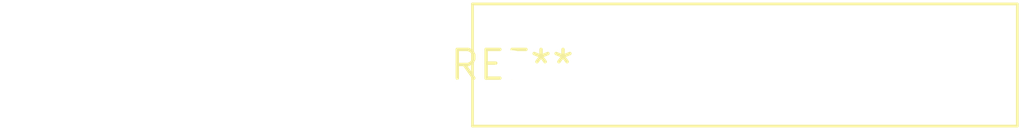
<source format=kicad_pcb>
(kicad_pcb (version 20240108) (generator pcbnew)
  (layers (0 "F.Cu" signal) (31 "B.Cu" signal) (34 "B.Paste" user) (35 "F.Paste" user) (36 "B.SilkS" user "B.Silkscreen") (37 "F.SilkS" user "F.Silkscreen") (38 "B.Mask" user) (39 "F.Mask" user) (44 "Edge.Cuts" user))
  (net 0 "")
  (footprint "Fuseholder_Littelfuse_445_030_series_5x20mm" (layer "F.Cu") (at 0 0)
    (property "Reference" "REF**")
    (property "Value" "Fuseholder_Littelfuse_445_030_series_5x20mm")
    (fp_line (start -1.75 -2.7) (end 22.25 -2.7) (layer "F.SilkS") (stroke (width 0.12)))
    (fp_line (start -1.75 2.7) (end -1.75 -2.7) (layer "F.SilkS") (stroke (width 0.12)))
    (fp_line (start 22.25 -2.7) (end 22.25 2.7) (layer "F.SilkS") (stroke (width 0.12)))
    (fp_line (start 22.25 2.7) (end -1.75 2.7) (layer "F.SilkS") (stroke (width 0.12)))
    (pad "1" thru_hole circle (at 0 0) (size 2.3 2.3) (drill 1.3) (layers *.Cu *.Mask) (remove_unused_layers))
    (pad "1" thru_hole circle (at 5.2 0) (size 2.3 2.3) (drill 1.3) (layers *.Cu *.Mask) (remove_unused_layers))
    (pad "2" thru_hole circle (at 15.3 0) (size 2.3 2.3) (drill 1.3) (layers *.Cu *.Mask) (remove_unused_layers))
    (pad "2" thru_hole circle (at 20.5 0) (size 2.3 2.3) (drill 1.3) (layers *.Cu *.Mask) (remove_unused_layers))
  )
)
</source>
